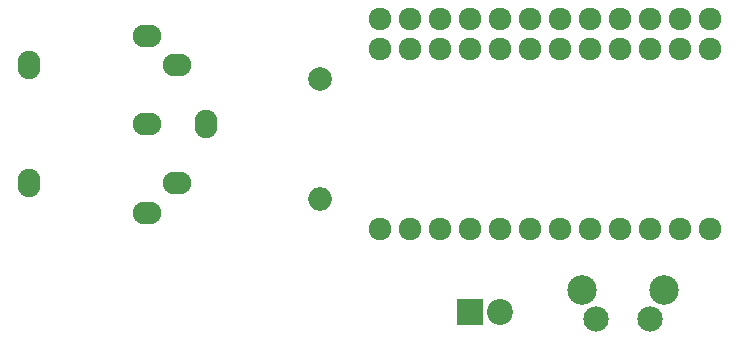
<source format=gts>
G04 #@! TF.GenerationSoftware,KiCad,Pcbnew,(5.1.5)-3*
G04 #@! TF.CreationDate,2020-06-08T19:46:27+02:00*
G04 #@! TF.ProjectId,C64 XUM1541,43363420-5855-44d3-9135-34312e6b6963,rev?*
G04 #@! TF.SameCoordinates,Original*
G04 #@! TF.FileFunction,Soldermask,Top*
G04 #@! TF.FilePolarity,Negative*
%FSLAX46Y46*%
G04 Gerber Fmt 4.6, Leading zero omitted, Abs format (unit mm)*
G04 Created by KiCad (PCBNEW (5.1.5)-3) date 2020-06-08 19:46:27*
%MOMM*%
%LPD*%
G04 APERTURE LIST*
%ADD10C,1.924000*%
%ADD11O,2.400000X1.924000*%
%ADD12O,1.924000X2.400000*%
%ADD13C,2.200000*%
%ADD14R,2.200000X2.200000*%
%ADD15O,2.000000X2.000000*%
%ADD16C,2.000000*%
%ADD17C,2.500000*%
%ADD18C,2.150000*%
G04 APERTURE END LIST*
D10*
X109220000Y-80010000D03*
X119380000Y-80010000D03*
X106680000Y-80010000D03*
X111760000Y-80010000D03*
X114300000Y-80010000D03*
X104140000Y-80010000D03*
X116840000Y-80010000D03*
X101600000Y-80010000D03*
X99060000Y-80010000D03*
X96520000Y-80010000D03*
X93980000Y-80010000D03*
X121920000Y-80010000D03*
X121920000Y-77470000D03*
X121920000Y-95250000D03*
X119380000Y-95250000D03*
X116840000Y-95250000D03*
X114300000Y-95250000D03*
X111760000Y-95250000D03*
X109220000Y-95250000D03*
X106680000Y-95250000D03*
X104140000Y-95250000D03*
X101600000Y-95250000D03*
X99060000Y-95250000D03*
X96520000Y-95250000D03*
X93980000Y-95250000D03*
X93980000Y-77470000D03*
X96520000Y-77470000D03*
X99060000Y-77470000D03*
X101600000Y-77470000D03*
X104140000Y-77470000D03*
X106680000Y-77470000D03*
X109220000Y-77470000D03*
X111760000Y-77470000D03*
X114300000Y-77470000D03*
X116840000Y-77470000D03*
X119380000Y-77470000D03*
D11*
X76795000Y-81360000D03*
X76795000Y-91360000D03*
X74295000Y-78860000D03*
X74295000Y-93860000D03*
D12*
X64295000Y-81360000D03*
X64295000Y-91360000D03*
D11*
X74295000Y-86360000D03*
D12*
X79295000Y-86360000D03*
D13*
X104140000Y-102235000D03*
D14*
X101600000Y-102235000D03*
D15*
X88900000Y-92710000D03*
D16*
X88900000Y-82550000D03*
D17*
X118090000Y-100380000D03*
D18*
X116840000Y-102870000D03*
X112340000Y-102870000D03*
D17*
X111080000Y-100380000D03*
M02*

</source>
